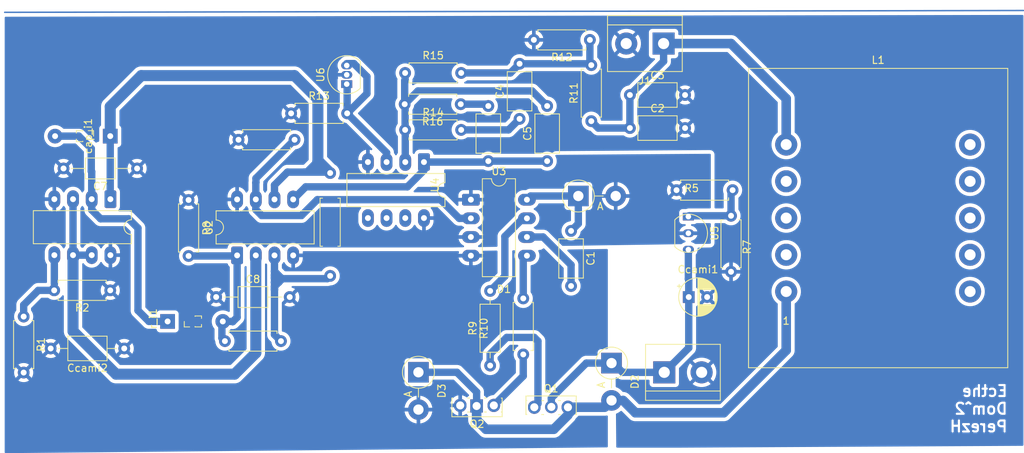
<source format=kicad_pcb>
(kicad_pcb (version 20241229) (generator "pcbnew") (generator_version "9.0")
  (layers (0 "F.Cu" signal) (2 "B.Cu" signal) (13 "F.Paste" user) (15 "B.Paste" user) (5 "F.SilkS" user "F.Silkscreen") (7 "B.SilkS" user "B.Silkscreen") (1 "F.Mask" user) (3 "B.Mask" user) (25 "Edge.Cuts" user))
  (net 0 "")
  (net 1 "Vref")
  (net 2 "GND")
  (net 3 "Net-(U1A--)")
  (net 4 "Net-(U2B--)")
  (net 5 "Net-(r_i1-Pin_2)")
  (net 6 "Net-(U2A-+)")
  (net 7 "Vin")
  (net 8 "Net-(U1A-+)")
  (net 9 "Net-(U1B-+)")
  (net 10 "Net-(U3-VS)")
  (net 11 "Net-(D1-K)")
  (net 12 "Net-(J1-Pin_1)")
  (net 13 "Net-(C4-Pad2)")
  (net 14 "Net-(C4-Pad1)")
  (net 15 "Net-(U4A--)")
  (net 16 "Net-(C6-Pad2)")
  (net 17 "Vreg")
  (net 18 "Net-(D2-A)")
  (net 19 "Net-(Q1-G)")
  (net 20 "Net-(Q2-G)")
  (net 21 "Net-(U5-ADJ)")
  (net 22 "Net-(U3-IN)")
  (net 23 "Net-(U3-LO)")
  (net 24 "Net-(U4A-+)")
  (net 25 "Net-(U3-HO)")
  (footprint "Package_TO_SOT_THT:SIPAK_Vertical" (layer "F.Cu") (at 142.75 111.5 180)
    (property "Reference" "Q2" (at 2.286 -2.54 0) (layer "F.SilkS"))
    (property "Value" "NMOS")
    (pad "1" thru_hole rect (at 2.340846 -0.0785 180) (size 1.7145 1.8) (drill 1.1) (layers "*.Cu" "*.Mask") (net 18 "Net-(D2-A)"))
    (pad "2" thru_hole oval (at 0 0 180) (size 1.7145 1.8) (drill 1.1) (layers "*.Cu" "*.Mask") (net 20 "Net-(Q2-G)"))
    (pad "3" thru_hole oval (at 4.572 0 180) (size 1.7145 1.8) (drill 1.1) (layers "*.Cu" "*.Mask") (net 2 "GND"))
  )
  (footprint "Diode_THT:D_5W_P5.08mm_Vertical_AnodeUp" (layer "F.Cu") (at 158.75 105.73995 -90)
    (property "Reference" "D2" (at 2.54 -3.174899 90) (layer "F.SilkS"))
    (property "Value" "D")
    (fp_text user "A" (at 2.98 1.4 90) (layer "F.SilkS"))
    (pad "1" thru_hole rect (at 0 0 270) (size 2.8 2.8) (drill 1.4) (layers "*.Cu" "*.Mask") (net 7 "Vin"))
    (pad "2" thru_hole oval (at 5.08 0 270) (size 2.8 2.8) (drill 1.4) (layers "*.Cu" "*.Mask") (net 18 "Net-(D2-A)"))
  )
  (footprint "Resistor_THT:R_Axial_DIN0207_L6.3mm_D2.5mm_P7.62mm_Horizontal" (layer "F.Cu") (at 146.75 96.94 -90)
    (property "Reference" "R10" (at 4.08 5.36 90) (layer "F.SilkS"))
    (property "Value" "R")
    (pad "1" thru_hole circle (at 0 0 270) (size 1.6 1.6) (drill 0.8) (layers "*.Cu" "*.Mask") (net 23 "Net-(U3-LO)"))
    (pad "2" thru_hole oval (at 7.62 0 270) (size 1.6 1.6) (drill 0.8) (layers "*.Cu" "*.Mask") (net 20 "Net-(Q2-G)"))
  )
  (footprint "Resistor_THT:R_Axial_DIN0207_L6.3mm_D2.5mm_P7.62mm_Horizontal" (layer "F.Cu") (at 101.25 83.54 -90)
    (property "Reference" "R8" (at 3.84 -2.48 90) (layer "F.SilkS"))
    (property "Value" "R" (hide yes))
    (pad "1" thru_hole circle (at 0 0 270) (size 1.6 1.6) (drill 0.8) (layers "*.Cu" "*.Mask") (net 17 "Vreg"))
    (pad "2" thru_hole circle (at 7.62 0 270) (size 1.6 1.6) (drill 0.8) (layers "*.Cu" "*.Mask") (net 5 "Net-(r_i1-Pin_2)"))
  )
  (footprint "Resistor_THT:R_Axial_DIN0207_L6.3mm_D2.5mm_P7.62mm_Horizontal" (layer "F.Cu") (at 167.59 82.2)
    (property "Reference" "R5" (at 2.06 -0.25 0) (layer "F.SilkS"))
    (property "Value" "R")
    (pad "1" thru_hole circle (at 0 0) (size 1.6 1.6) (drill 0.8) (layers "*.Cu" "*.Mask") (net 17 "Vreg"))
    (pad "2" thru_hole oval (at 7.62 0) (size 1.6 1.6) (drill 0.8) (layers "*.Cu" "*.Mask") (net 21 "Net-(U5-ADJ)"))
  )
  (footprint "Capacitor_THT:C_Axial_L5.1mm_D3.1mm_P7.50mm_Horizontal" (layer "F.Cu") (at 161.25 69.25)
    (property "Reference" "C3" (at 3.75 -2.67 0) (layer "F.SilkS"))
    (property "Value" "C")
    (pad "1" thru_hole circle (at 0 0) (size 1.6 1.6) (drill 0.8) (layers "*.Cu" "*.Mask") (net 12 "Net-(J1-Pin_1)"))
    (pad "2" thru_hole circle (at 7.5 0) (size 1.6 1.6) (drill 0.8) (layers "*.Cu" "*.Mask") (net 2 "GND"))
  )
  (footprint "Package_TO_SOT_THT:TO-92_Inline" (layer "F.Cu") (at 122.75 67.77 90)
    (property "Reference" "U6" (at 1.27 -3.56 90) (layer "F.SilkS"))
    (property "Value" "TL431LP")
    (pad "1" thru_hole rect (at 0 0 90) (size 1.05 1.5) (drill 0.75) (layers "*.Cu" "*.Mask") (net 24 "Net-(U4A-+)"))
    (pad "2" thru_hole oval (at 1.27 0 90) (size 1.05 1.5) (drill 0.75) (layers "*.Cu" "*.Mask") (net 2 "GND"))
    (pad "3" thru_hole oval (at 2.54 0 90) (size 1.05 1.5) (drill 0.75) (layers "*.Cu" "*.Mask") (net 24 "Net-(U4A-+)"))
  )
  (footprint "Capacitor_THT:C_Axial_L3.8mm_D2.6mm_P10.00mm_Horizontal" (layer "F.Cu") (at 94.25 79.25 180)
    (property "Reference" "C7" (at 5 -2.42 0) (layer "F.SilkS"))
    (property "Value" "C")
    (pad "1" thru_hole circle (at 0 0 180) (size 1.6 1.6) (drill 0.8) (layers "*.Cu" "*.Mask") (net 17 "Vreg"))
    (pad "2" thru_hole circle (at 10 0 180) (size 1.6 1.6) (drill 0.8) (layers "*.Cu" "*.Mask") (net 2 "GND"))
  )
  (footprint "Resistor_THT:R_Axial_DIN0207_L6.3mm_D2.5mm_P7.62mm_Horizontal" (layer "F.Cu") (at 138.25 70.5 180)
    (property "Reference" "R16" (at 3.81 -2.37 0) (layer "F.SilkS"))
    (property "Value" "R")
    (pad "1" thru_hole circle (at 0 0 180) (size 1.6 1.6) (drill 0.8) (layers "*.Cu" "*.Mask") (net 16 "Net-(C6-Pad2)"))
    (pad "2" thru_hole oval (at 7.62 0 180) (size 1.6 1.6) (drill 0.8) (layers "*.Cu" "*.Mask") (net 15 "Net-(U4A--)"))
  )
  (footprint "Package_DIP:CERDIP-8_W7.62mm_SideBrazed_LongPads" (layer "F.Cu") (at 139.63 83.5)
    (property "Reference" "U3" (at 3.81 -3.855 0) (layer "F.SilkS"))
    (property "Value" "IR2104")
    (pad "1" thru_hole roundrect (at 0 0) (size 2.4 1.6) (drill 0.8) (layers "*.Cu" "*.Mask") (roundrect_rratio 0.15625) (net 17 "Vreg"))
    (pad "2" thru_hole oval (at 0 2.54) (size 2.4 1.6) (drill 0.8) (layers "*.Cu" "*.Mask") (net 22 "Net-(U3-IN)"))
    (pad "3" thru_hole oval (at 0 5.08) (size 2.4 1.6) (drill 0.8) (layers "*.Cu" "*.Mask") (net 17 "Vreg"))
    (pad "4" thru_hole oval (at 0 7.62) (size 2.4 1.6) (drill 0.8) (layers "*.Cu" "*.Mask") (net 2 "GND"))
    (pad "5" thru_hole oval (at 7.62 7.62) (size 2.4 1.6) (drill 0.8) (layers "*.Cu" "*.Mask") (net 23 "Net-(U3-LO)"))
    (pad "6" thru_hole oval (at 7.62 5.08) (size 2.4 1.6) (drill 0.8) (layers "*.Cu" "*.Mask") (net 10 "Net-(U3-VS)"))
    (pad "7" thru_hole oval (at 7.62 2.54) (size 2.4 1.6) (drill 0.8) (layers "*.Cu" "*.Mask") (net 25 "Net-(U3-HO)"))
    (pad "8" thru_hole oval (at 7.62 0) (size 2.4 1.6) (drill 0.8) (layers "*.Cu" "*.Mask") (net 11 "Net-(D1-K)"))
  )
  (footprint "Resistor_THT:R_Axial_DIN0207_L6.3mm_D2.5mm_P7.62mm_Horizontal" (layer "F.Cu") (at 90.6 95.84 180)
    (property "Reference" "R2" (at 3.81 -2.37 0) (layer "F.SilkS"))
    (property "Value" "100k")
    (pad "1" thru_hole circle (at 0 0 180) (size 1.6 1.6) (drill 0.8) (layers "*.Cu" "*.Mask") (net 17 "Vreg"))
    (pad "2" thru_hole circle (at 7.62 0 180) (size 1.6 1.6) (drill 0.8) (layers "*.Cu" "*.Mask") (net 9 "Net-(U1B-+)"))
  )
  (footprint "Capacitor_THT:C_Axial_L5.1mm_D3.1mm_P7.50mm_Horizontal" (layer "F.Cu") (at 146.25 72.5 90)
    (property "Reference" "C4" (at 3.75 -2.67 90) (layer "F.SilkS"))
    (property "Value" "C")
    (pad "1" thru_hole circle (at 0 0 90) (size 1.6 1.6) (drill 0.8) (layers "*.Cu" "*.Mask") (net 14 "Net-(C4-Pad1)"))
    (pad "2" thru_hole circle (at 7.5 0 90) (size 1.6 1.6) (drill 0.8) (layers "*.Cu" "*.Mask") (net 13 "Net-(C4-Pad2)"))
  )
  (footprint "Package_DIP:CERDIP-8_W7.62mm_SideBrazed_LongPads" (layer "F.Cu") (at 90.62 83.43 -90)
    (property "Reference" "U1" (hide yes))
    (property "Value" "TL072")
    (pad "1" thru_hole roundrect (at 0 0 270) (size 2.4 1.6) (drill 0.8) (layers "*.Cu" "*.Mask") (roundrect_rratio 0.15625) (net 4 "Net-(U2B--)"))
    (pad "2" thru_hole oval (at 0 2.54 270) (size 2.4 1.6) (drill 0.8) (layers "*.Cu" "*.Mask") (net 3 "Net-(U1A--)"))
    (pad "3" thru_hole oval (at 0 5.08 270) (size 2.4 1.6) (drill 0.8) (layers "*.Cu" "*.Mask") (net 8 "Net-(U1A-+)"))
    (pad "4" thru_hole oval (at 0 7.62 270) (size 2.4 1.6) (drill 0.8) (layers "*.Cu" "*.Mask") (net 2 "GND"))
    (pad "5" thru_hole oval (at 7.62 7.62 270) (size 2.4 1.6) (drill 0.8) (layers "*.Cu" "*.Mask") (net 9 "Net-(U1B-+)"))
    (pad "6" thru_hole oval (at 7.62 5.08 270) (size 2.4 1.6) (drill 0.8) (layers "*.Cu" "*.Mask") (net 8 "Net-(U1A-+)"))
    (pad "7" thru_hole oval (at 7.62 2.54 270) (size 2.4 1.6) (drill 0.8) (layers "*.Cu" "*.Mask") (net 8 "Net-(U1A-+)"))
    (pad "8" thru_hole oval (at 7.62 0 270) (size 2.4 1.6) (drill 0.8) (layers "*.Cu" "*.Mask") (net 17 "Vreg"))
  )
  (footprint "Resistor_THT:R_Axial_DIN0207_L6.3mm_D2.5mm_P7.62mm_Horizontal" (layer "F.Cu") (at 78.83 99.41 -90)
    (property "Reference" "R1" (at 3.81 -2.37 90) (layer "F.SilkS"))
    (property "Value" "R")
    (pad "1" thru_hole circle (at 0 0 270) (size 1.6 1.6) (drill 0.8) (layers "*.Cu" "*.Mask") (net 9 "Net-(U1B-+)"))
    (pad "2" thru_hole circle (at 7.62 0 270) (size 1.6 1.6) (drill 0.8) (layers "*.Cu" "*.Mask") (net 2 "GND"))
  )
  (footprint "Capacitor_THT:C_Axial_L5.1mm_D3.1mm_P7.50mm_Horizontal" (layer "F.Cu") (at 161.25 73.75)
    (property "Reference" "C2" (at 3.75 -2.67 0) (layer "F.SilkS"))
    (property "Value" "C")
    (pad "1" thru_hole circle (at 0 0) (size 1.6 1.6) (drill 0.8) (layers "*.Cu" "*.Mask") (net 12 "Net-(J1-Pin_1)"))
    (pad "2" thru_hole circle (at 7.5 0) (size 1.6 1.6) (drill 0.8) (layers "*.Cu" "*.Mask") (net 2 "GND"))
  )
  (footprint "Transformer_THT:Transformer_CHK_EI38-3VA_Neutral" (layer "F.Cu") (at 182.5 96)
    (property "Reference" "L1" (at 12.5 -31.5 0) (layer "F.SilkS"))
    (property "Value" "L")
    (fp_text user "1" (at 0 4 0) (layer "F.SilkS"))
    (pad "1" thru_hole circle (at 0 -20) (size 3 3) (drill 1.5) (layers "*.Cu" "*.Mask") (net 12 "Net-(J1-Pin_1)"))
    (pad "2" thru_hole circle (at 0 0) (size 3 3) (drill 1.5) (layers "*.Cu" "*.Mask") (net 18 "Net-(D2-A)"))
    (pad "3" thru_hole circle (at 0 -10) (size 3 3) (drill 1.5) (layers "*.Cu" "*.Mask"))
    (pad "4" thru_hole circle (at 0 -15) (size 3 3) (drill 1.5) (layers "*.Cu" "*.Mask"))
    (pad "5" thru_hole circle (at 0 -5) (size 3 3) (drill 1.5) (layers "*.Cu" "*.Mask"))
    (pad "6" thru_hole circle (at 25 -20) (size 3 3) (drill 1.5) (layers "*.Cu" "*.Mask"))
    (pad "7" thru_hole circle (at 25 -15) (size 3 3) (drill 1.5) (layers "*.Cu" "*.Mask"))
    (pad "8" thru_hole circle (at 25 -10) (size 3 3) (drill 1.5) (layers "*.Cu" "*.Mask"))
    (pad "9" thru_hole circle (at 25 -5) (size 3 3) (drill 1.5) (layers "*.Cu" "*.Mask"))
    (pad "10" thru_hole circle (at 25 0) (size 3 3) (drill 1.5) (layers "*.Cu" "*.Mask"))
  )
  (footprint "Capacitor_THT:C_Axial_L5.1mm_D3.1mm_P10.00mm_Horizontal" (layer "F.Cu") (at 92.5 103.75 180)
    (property "Reference" "Ccami2" (at 5 -2.67 0) (layer "F.SilkS"))
    (property "Value" "10u")
    (pad "1" thru_hole circle (at 0 0 180) (size 1.6 1.6) (drill 0.8) (layers "*.Cu" "*.Mask") (net 17 "Vreg"))
    (pad "2" thru_hole circle (at 10 0 180) (size 1.6 1.6) (drill 0.8) (layers "*.Cu" "*.Mask") (net 2 "GND"))
  )
  (footprint "Package_TO_SOT_THT:TO-92_Inline" (layer "F.Cu") (at 169.2 86.8 -90)
    (property "Reference" "U5" (at 1.27 -3.56 90) (layer "F.SilkS"))
    (property "Value" "LM317L_SOT-89")
    (pad "1" thru_hole rect (at -1 0 270) (size 1.05 1.5) (drill 0.75) (layers "*.Cu" "*.Mask") (net 21 "Net-(U5-ADJ)"))
    (pad "2" thru_hole oval (at 1.27 0 270) (size 1.05 1.5) (drill 0.75) (layers "*.Cu" "*.Mask") (net 17 "Vreg"))
    (pad "3" thru_hole oval (at 3.5 0 270) (size 1.05 1.5) (drill 0.75) (layers "*.Cu" "*.Mask") (net 7 "Vin"))
  )
  (footprint "Resistor_THT:R_Axial_DIN0207_L6.3mm_D2.5mm_P7.62mm_Horizontal" (layer "F.Cu") (at 156 72.81 90)
    (property "Reference" "R11" (at 3.81 -2.37 90) (layer "F.SilkS"))
    (property "Value" "R")
    (pad "1" thru_hole circle (at 0 0 90) (size 1.6 1.6) (drill 0.8) (layers "*.Cu" "*.Mask") (net 12 "Net-(J1-Pin_1)"))
    (pad "2" thru_hole oval (at 7.62 0 90) (size 1.6 1.6) (drill 0.8) (layers "*.Cu" "*.Mask") (net 13 "Net-(C4-Pad2)"))
  )
  (footprint "Capacitor_THT:C_Axial_L5.1mm_D3.1mm_P7.50mm_Horizontal" (layer "F.Cu") (at 150 78.25 90)
    (property "Reference" "C5" (at 3.75 -2.67 90) (layer "F.SilkS"))
    (property "Value" "C")
    (pad "1" thru_hole circle (at 0 0 90) (size 1.6 1.6) (drill 0.8) (layers "*.Cu" "*.Mask") (net 1 "Vref"))
    (pad "2" thru_hole circle (at 7.5 0 90) (size 1.6 1.6) (drill 0.8) (layers "*.Cu" "*.Mask") (net 15 "Net-(U4A--)"))
  )
  (footprint "Diode_THT:D_5W_P5.08mm_Vertical_AnodeUp" (layer "F.Cu") (at 132.5 106.98995 -90)
    (property "Reference" "D3" (at 2.54 -3.174899 90) (layer "F.SilkS"))
    (property "Value" "D")
    (fp_text user "A" (at 2.98 1.4 90) (layer "F.SilkS"))
    (pad "1" thru_hole rect (at 0 0 270) (size 2.8 2.8) (drill 1.4) (layers "*.Cu" "*.Mask") (net 18 "Net-(D2-A)"))
    (pad "2" thru_hole oval (at 5.08 0 270) (size 2.8 2.8) (drill 1.4) (layers "*.Cu" "*.Mask") (net 2 "GND"))
  )
  (footprint "Resistor_THT:R_Axial_DIN0207_L6.3mm_D2.5mm_P7.62mm_Horizontal" (layer "F.Cu") (at 113.81 102.75 180)
    (property "Reference" "R3" (hide yes))
    (property "Value" "50k" (hide yes))
    (pad "1" thru_hole circle (at 0 0 180) (size 1.6 1.6) (drill 0.8) (layers "*.Cu" "*.Mask") (net 6 "Net-(U2A-+)"))
    (pad "2" thru_hole circle (at 7.62 0 180) (size 1.6 1.6) (drill 0.8) (layers "*.Cu" "*.Mask") (net 5 "Net-(r_i1-Pin_2)"))
  )
  (footprint "Resistor_THT:R_Axial_DIN0207_L6.3mm_D2.5mm_P7.62mm_Horizontal" (layer "F.Cu") (at 130.69 66.25)
    (property "Reference" "R15" (at 3.81 -2.37 0) (layer "F.SilkS"))
    (property "Value" "R")
    (pad "1" thru_hole circle (at 0 0) (size 1.6 1.6) (drill 0.8) (layers "*.Cu" "*.Mask") (net 15 "Net-(U4A--)"))
    (pad "2" thru_hole oval (at 7.62 0) (size 1.6 1.6) (drill 0.8) (layers "*.Cu" "*.Mask") (net 13 "Net-(C4-Pad2)"))
  )
  (footprint "TerminalBlock:TerminalBlock_bornier-2_P5.08mm" (layer "F.Cu") (at 165.83 62.25 180)
    (property "Reference" "J1" (at 2.54 -5.08 0) (layer "F.SilkS"))
    (property "Value" "Conn_01x02_Pin")
    (pad "1" thru_hole rect (at 0 0 180) (size 3 3) (drill 1.52) (layers "*.Cu" "*.Mask") (net 12 "Net-(J1-Pin_1)"))
    (pad "2" thru_hole circle (at 5.08 0 180) (size 3 3) (drill 1.52) (layers "*.Cu" "*.Mask") (net 2 "GND"))
  )
  (footprint "Resistor_THT:R_Axial_DIN0207_L6.3mm_D2.5mm_P10.16mm_Horizontal" (layer "F.Cu") (at 142.25 106.08 90)
    (property "Reference" "R9" (at 5.08 -2.37 90) (layer "F.SilkS"))
    (property "Value" "R")
    (pad "1" thru_hole circle (at 0 0 90) (size 1.6 1.6) (drill 0.8) (layers "*.Cu" "*.Mask") (net 19 "Net-(Q1-G)"))
    (pad "2" thru_hole oval (at 10.16 0 90) (size 1.6 1.6) (drill 0.8) (layers "*.Cu" "*.Mask") (net 25 "Net-(U3-HO)"))
  )
  (footprint "Resistor_THT:R_Axial_DIN0207_L6.3mm_D2.5mm_P7.62mm_Horizontal" (layer "F.Cu") (at 115.19 71.75)
    (property "Reference" "R13" (at 3.81 -2.37 0) (layer "F.SilkS"))
    (property "Value" "R")
    (pad "1" thru_hole circle (at 0 0) (size 1.6 1.6) (drill 0.8) (layers "*.Cu" "*.Mask") (net 17 "Vreg"))
    (pad "2" thru_hole oval (at 7.62 0) (size 1.6 1.6) (drill 0.8) (layers "*.Cu" "*.Mask") (net 24 "Net-(U4A-+)"))
  )
  (footprint "Resistor_THT:R_Axial_DIN0207_L6.3mm_D2.5mm_P7.62mm_Horizontal" (layer "F.Cu") (at 155.81 61.75 180)
    (property "Reference" "R12" (at 3.81 -2.37 0) (layer "F.SilkS"))
    (property "Value" "R")
    (pad "1" thru_hole circle (at 0 0 180) (size 1.6 1.6) (drill 0.8) (layers "*.Cu" "*.Mask") (net 13 "Net-(C4-Pad2)"))
    (pad "2" thru_hole oval (at 7.62 0 180) (size 1.6 1.6) (drill 0.8) (layers "*.Cu" "*.Mask") (net 2 "GND"))
  )
  (footprint "Resistor_THT:R_Axial_DIN0207_L6.3mm_D2.5mm_P7.62mm_Horizontal" (layer "F.Cu") (at 120.5 90.37 90)
    (property "Reference" "R4" (hide yes))
    (property "Value" "47k" (hide yes))
    (pad "1" thru_hole circle (at -3.5 0 90) (size 1.6 1.6) (drill 0.8) (layers "*.Cu" "*.Mask") (net 6 "Net-(U2A-+)"))
    (pad "2" thru_hole circle (at 10.5 0 90) (size 1.6 1.6) (drill 0.8) (layers "*.Cu" "*.Mask") (net 4 "Net-(U2B--)"))
  )
  (footprint "Package_DIP:CERDIP-8_W7.62mm_SideBrazed_LongPads" (layer "F.Cu") (at 107.85 91.08 90)
    (property "Reference" "U2" (at 3.81 -3.855 90) (layer "F.SilkS"))
    (property "Value" "LM393")
    (pad "1" thru_hole roundrect (at 0 0 90) (size 2.4 1.6) (drill 0.8) (layers "*.Cu" "*.Mask") (roundrect_rratio 0.15625) (net 5 "Net-(r_i1-Pin_2)"))
    (pad "2" thru_hole oval (at 0 2.54 90) (size 2.4 1.6) (drill 0.8) (layers "*.Cu" "*.Mask") (net 8 "Net-(U1A-+)"))
    (pad "3" thru_hole oval (at 0 5.08 90) (size 2.4 1.6) (drill 0.8) (layers "*.Cu" "*.Mask") (net 6 "Net-(U2A-+)"))
    (pad "4" thru_hole oval (at 0 7.62 90) (size 2.4 1.6) (drill 0.8) (layers "*.Cu" "*.Mask") (net 2 "GND"))
    (pad "5" thru_hole oval (at 7.62 7.62 90) (size 2.4 1.6) (drill 0.8) (layers "*.Cu" "*.Mask") (net 1 "Vref"))
    (pad "6" thru_hole oval (at 7.62 5.08 90) (size 2.4 1.6) (drill 0.8) (layers "*.Cu" "*.Mask") (net 4 "Net-(U2B--)"))
    (pad "7" thru_hole oval (at 7.62 2.54 90) (size 2.4 1.6) (drill 0.8) (layers "*.Cu" "*.Mask") (net 22 "Net-(U3-IN)"))
    (pad "8" thru_hole oval (at 7.62 0 90) (size 2.4 1.6) (drill 0.8) (layers "*.Cu" "*.Mask") (net 17 "Vreg"))
  )
  (footprint "Capacitor_THT:C_Axial_L5.1mm_D3.1mm_P7.50mm_Horizontal" (layer "F.Cu") (at 142 78.25 90)
    (property "Reference" "C6" (hide yes))
    (property "Value" "C" (hide yes))
    (pad "1" thru_hole circle (at 0 0 90) (size 1.6 1.6) (drill 0.8) (layers "*.Cu" "*.Mask") (net 1 "Vref"))
    (pad "2" thru_hole circle (at 7.5 0 90) (size 1.6 1.6) (drill 0.8) (layers "*.Cu" "*.Mask") (net 16 "Net-(C6-Pad2)"))
  )
  (footprint "Package_TO_SOT_THT:SIPAK_Vertical" (layer "F.Cu") (at 148.25 111.75)
    (property "Reference" "Q1" (at 2.286 -2.54 0) (layer "F.SilkS"))
    (property "Value" "NMOS" (hide yes))
    (pad "1" thru_hole circle (at 2.319903 -0.043596) (size 1.7145 1.7145) (drill 1.1) (layers "*.Cu" "*.Mask") (net 7 "Vin"))
    (pad "2" thru_hole oval (at 0 0) (size 1.7145 1.8) (drill 1.1) (layers "*.Cu" "*.Mask") (net 19 "Net-(Q1-G)"))
    (pad "3" thru_hole oval (at 4.572 0) (size 1.7145 1.8) (drill 1.1) (layers "*.Cu" "*.Mask") (net 18 "Net-(D2-A)"))
  )
  (footprint "TerminalBlock:TerminalBlock_bornier-2_P5.08mm" (layer "F.Cu") (at 165.92 107)
    (property "Reference" "BT1" (hide yes))
    (property "Value" "Battery")
    (pad "1" thru_hole rect (at 0 0) (size 3 3) (drill 1.52) (layers "*.Cu" "*.Mask") (net 7 "Vin"))
    (pad "2" thru_hole circle (at 5.08 0) (size 3 3) (drill 1.52) (layers "*.Cu" "*.Mask") (net 2 "GND"))
  )
  (footprint "Capacitor_THT:C_Axial_L3.8mm_D2.6mm_P10.00mm_Horizontal" (layer "F.Cu") (at 105 96.75)
    (property "Reference" "C8" (at 5 -2.42 0) (layer "F.SilkS"))
    (property "Value" "C")
    (pad "1" thru_hole circle (at 0 0) (size 1.6 1.6) (drill 0.8) (layers "*.Cu" "*.Mask") (net 17 "Vreg"))
    (pad "2" thru_hole circle (at 10 0) (size 1.6 1.6) (drill 0.8) (layers "*.Cu" "*.Mask") (net 2 "GND"))
  )
  (footprint "Resistor_THT:R_Axial_DIN0207_L6.3mm_D2.5mm_P7.62mm_Horizontal" (layer "F.Cu") (at 175 85.69 -90)
    (property "Reference" "R7" (at 4.25 -2.18 90) (layer "F.SilkS"))
    (property "Value" "R")
    (pad "1" thru_hole circle (at 0 0 270) (size 1.6 1.6) (drill 0.8) (layers "*.Cu" "*.Mask") (net 21 "Net-(U5-ADJ)"))
    (pad "2" thru_hole oval (at 7.62 0 270) (size 1.6 1.6) (drill 0.8) (layers "*.Cu" "*.Mask") (net 2 "GND"))
  )
  (footprint "Package_DIP:CERDIP-8_W7.62mm_SideBrazed_LongPads" (layer "F.Cu") (at 133.25 78.38 -90)
    (property "Reference" "U4" (at 3.12 -1.5 90) (layer "F.SilkS"))
    (property "Value" "TL072")
    (pad "1" thru_hole roundrect (at 0 0 270) (size 2.4 1.6) (drill 0.8) (layers "*.Cu" "*.Mask") (roundrect_rratio 0.15625) (net 1 "Vref"))
    (pad "2" thru_hole oval (at 0 2.54 270) (size 2.4 1.6) (drill 0.8) (layers "*.Cu" "*.Mask") (net 15 "Net-(U4A--)"))
    (pad "3" thru_hole oval (at 0 5.08 270) (size 2.4 1.6) (drill 0.8) (layers "*.Cu" "*.Mask") (net 24 "Net-(U4A-+)"))
    (pad "4" thru_hole oval (at 0 7.62 270) (size 2.4 1.6) (drill 0.8) (layers "*.Cu" "*.Mask") (net 2 "GND"))
    (pad "5" thru_hole oval (at 7.62 7.62 270) (size 2.4 1.6) (drill 0.8) (layers "*.Cu" "*.Mask"))
    (pad "6" thru_hole oval (at 7.62 5.08 270) (size 2.4 1.6) (drill 0.8) (layers "*.Cu" "*.Mask"))
    (pad "7" thru_hole oval (at 7.62 2.54 270) (size 2.4 1.6) (drill 0.8) (layers "*.Cu" "*.Mask"))
    (pad "8" thru_hole oval (at 7.62 0 270) (size 2.4 1.6) (drill 0.8) (layers "*.Cu" "*.Mask") (net 17 "Vreg"))
  )
  (footprint "Resistor_THT:R_Axial_DIN0207_L6.3mm_D2.5mm_P7.62mm_Horizontal" (layer "F.Cu") (at 130.69 74)
    (property "Reference" "R14" (at 3.81 -2.37 0) (layer "F.SilkS"))
    (property "Value" "R")
    (pad "1" thru_hole circle (at 0 0) (size 1.6 1.6) (drill 0.8) (layers "*.Cu" "*.Mask") (net 15 "Net-(U4A--)"))
    (pad "2" thru_hole oval (at 7.62 0) (size 1.6 1.6) (drill 0.8) (layers "*.Cu" "*.Mask") (net 14 "Net-(C4-Pad1)"))
  )
  (footprint "Connector_PinHeader_1.00mm:PinHeader_1x02_P1.00mm_Vertical" (layer "F.Cu") (at 101.4 100.07 90)
    (property "Reference" "r_i1" (at 0.36 -4.98 90) (layer "F.SilkS"))
    (property "Value" "Conn_01x02_Pin")
    (pad "1" thru_hole rect (at 0 -3 90) (size 2 2) (drill 0.8) (layers "*.Cu" "*.Mask" "Eco2.User") (net 3 "Net-(U1A--)"))
    (pad "2" thru_hole circle (at 0 4.5 90) (size 2 2) (drill 0.8) (layers "*.Cu" "*.Mask") (net 5 "Net-(r_i1-Pin_2)"))
  )
  (footprint "Capacitor_THT:C_Axial_L5.1mm_D3.1mm_P7.50mm_Horizontal" (layer "F.Cu") (at 153.25 87.75 -90)
    (property "Reference" "C1" (at 3.75 -2.67 90) (layer "F.SilkS"))
    (property "Value" "10n")
    (pad "1" thru_hole circle (at 0 0 270) (size 1.6 1.6) (drill 0.8) (layers "*.Cu" "*.Mask") (net 11 "Net-(D1-K)"))
    (pad "2" thru_hole circle (at 7.5 0 270) (size 1.6 1.6) (drill 0.8) (layers "*.Cu" "*.Mask") (net 10 "Net-(U3-VS)"))
  )
  (footprint "Capacitor_THT:CP_Radial_D5.0mm_P2.50mm" (layer "F.Cu") (at 169.25 96.75)
    (property "Reference" "Ccami1" (at 1.25 -3.75 0) (layer "F.SilkS"))
    (property "Value" "470u")
    (pad "1" thru_hole rect (at 0 0) (size 1.6 1.6) (drill 0.8) (layers "*.Cu" "*.Mask") (net 7 "Vin"))
    (pad "2" thru_hole circle (at 2.5 0) (size 1.6 1.6) (drill 0.8) (layers "*.Cu" "*.Mask") (net 2 "GND"))
  )
  (footprint "Diode_THT:D_5W_P5.08mm_Vertical_AnodeUp" (layer "F.Cu") (at 154.23995 83)
    (property "Reference" "D1" (at -10.12 12.674899 180) (layer "F.SilkS"))
    (property "Value" "D")
    (fp_text user "A" (at 2.98 1.4 0) (layer "F.SilkS"))
    (pad "1" thru_hole rect (at 0 0) (size 2.8 2.8) (drill 1.4) (layers "*.Cu" "*.Mask") (net 11 "Net-(D1-K)"))
    (pad "2" thru_hole oval (at 5.08 0) (size 2.8 2.8) (drill 1.4) (layers "*.Cu" "*.Mask") (net 17 "Vreg"))
  )
  (footprint "Resistor_THT:R_Axial_DIN0207_L6.3mm_D2.5mm_P7.62mm_Horizontal" (layer "F.Cu") (at 115.66 75.34 180)
    (property "Reference" "R6" (hide yes))
    (property "Value" "1k")
    (pad "1" thru_hole circle (at 0 0 180) (size 1.6 1.6) (drill 0.8) (layers "*.Cu" "*.Mask") (net 22 "Net-(U3-IN)"))
    (pad "2" thru_hole circle (at 7.62 0 180) (size 1.6 1.6) (drill 0.8) (layers "*.Cu" "*.Mask") (net 17 "Vreg"))
  )
  (footprint "Connector_PinHeader_1.00mm:PinHeader_1x02_P1.00mm_Vertical" (layer "F.Cu") (at 87.6 74.85 -90)
    (property "Reference" "cap_i1" (at 0 0 90) (layer "F.SilkS"))
    (property "Value" "Conn_01x02_Pin")
    (pad "1" thru_hole rect (at 0 -3 270) (size 2 2) (drill 0.8) (layers "*.Cu" "*.Mask") (net 4 "Net-(U2B--)"))
    (pad "2" thru_hole circle (at 0 4.5 270) (size 2 2) (drill 0.8) (layers "*.Cu" "*.Mask") (net 3 "Net-(U1A--)"))
  )
  (gr_line (start 76.25 58) (end 214.75 57.75) (stroke (width 0.2)) (layer "B.Cu"))
  (gr_text "Ecthe\nDom^2\nPerezH" (at 212.75 115.25 0) (layer "B.Cu" knockout) (effects (font (size 1.5 1.5) (thickness 0.3) (bold yes)) (justify left bottom mirror)))
  (segment (start 115.47 83.46) (end 117.18 81.75) (width 1) (layer "B.Cu") (net 1))
  (segment (start 133.25 78.38) (end 141.87 78.38) (width 1) (layer "B.Cu") (net 1))
  (segment (start 115.47 83.46) (end 115.47 83.28) (width 1) (layer "B.Cu") (net 1))
  (segment (start 117.18 81.75) (end 131 81.75) (width 1) (layer "B.Cu") (net 1))
  (segment (start 133.25 79.5) (end 133.25 78.38) (width 1) (layer "B.Cu") (net 1))
  (segment (start 142 78.25) (end 150 78.25) (width 1) (layer "B.Cu") (net 1))
  (segment (start 141.87 78.38) (end 142 78.25) (width 1) (layer "B.Cu") (net 1))
  (segment (start 131 81.75) (end 133.25 79.5) (width 1) (layer "B.Cu") (net 1))
  (segment (start 138.25 111.5) (end 138.178 111.5) (width 1) (layer "B.Cu") (net 2))
  (segment (start 88.02 76.54) (end 88.02 79.63) (width 1) (layer "B.Cu") (net 3))
  (segment (start 95.86 100.07) (end 94.37 98.58) (width 1) (layer "B.Cu") (net 3))
  (segment (start 89.29 86.1) (end 88.08 84.89) (width 1) (layer "B.Cu") (net 3))
  (segment (start 88.02 79.63) (end 88.08 79.69) (width 1) (layer "B.Cu") (net 3))
  (segment (start 98.28 100.07) (end 95.86 100.07) (width 1) (layer "B.Cu") (net 3))
  (segment (start 88.08 84.89) (end 88.08 83.43) (width 1) (layer "B.Cu") (net 3))
  (segment (start 93.1 86.1) (end 89.29 86.1) (width 1) (layer "B.Cu") (net 3))
  (segment (start 86.33 74.85) (end 88.02 76.54) (width 1) (layer "B.Cu") (net 3))
  (segment (start 83.1 74.85) (end 86.33 74.85) (width 1) (layer "B.Cu") (net 3))
  (segment (start 94.37 98.58) (end 94.37 87.37) (width 1) (layer "B.Cu") (net 3))
  (segment (start 88.08 79.69) (end 88.08 83.43) (width 1) (layer "B.Cu") (net 3))
  (segment (start 94.37 87.37) (end 93.1 86.1) (width 1) (layer "B.Cu") (net 3))
  (segment (start 114.69 79.75) (end 117 79.75) (width 1) (layer "B.Cu") (net 4))
  (segment (start 120.38 79.75) (end 120.5 79.87) (width 1) (layer "B.Cu") (net 4))
  (segment (start 118.83 78.25) (end 118.83 69.8) (width 1.5) (layer "B.Cu") (net 4))
  (segment (start 94.82 66.61) (end 90.6 70.83) (width 1.5) (layer "B.Cu") (net 4))
  (segment (start 112.93 81.51) (end 114.69 79.75) (width 1) (layer "B.Cu") (net 4))
  (segment (start 115.64 66.61) (end 94.82 66.61) (width 1.5) (layer "B.Cu") (net 4))
  (segment (start 119.34 79.75) (end 120.38 79.75) (width 1) (layer "B.Cu") (net 4))
  (segment (start 90.66 83.39) (end 90.62 83.43) (width 1) (layer "B.Cu") (net 4))
  (segment (start 117 79.75) (end 118.32 79.75) (width 1) (layer "B.Cu") (net 4))
  (segment (start 118.83 79.24) (end 118.32 79.75) (width 1) (layer "B.Cu") (net 4))
  (segment (start 118.83 79.24) (end 118.83 78.25) (width 1.5) (layer "B.Cu") (net 4))
  (segment (start 118.32 79.75) (end 118.41 79.66) (width 1) (layer "B.Cu") (net 4))
  (segment (start 117 79.75) (end 117.33 79.75) (width 1) (layer "B.Cu") (net 4))
  (segment (start 118.88 78.25) (end 120.5 79.87) (width 1.5) (layer "B.Cu") (net 4))
  (segment (start 119.34 79.75) (end 118.83 79.24) (width 1) (layer "B.Cu") (net 4))
  (segment (start 118.32 79.75) (end 119.34 79.75) (width 1) (layer "B.Cu") (net 4))
  (segment (start 118.83 69.8) (end 115.64 66.61) (width 1.5) (layer "B.Cu") (net 4))
  (segment (start 90.6 74.85) (end 90.6 83.41) (width 1) (layer "B.Cu") (net 4))
  (segment (start 118.83 78.25) (end 118.88 78.25) (width 1.5) (layer "B.Cu") (net 4))
  (segment (start 90.6 70.83) (end 90.6 74.85) (width 1.5) (layer "B.Cu") (net 4))
  (segment (start 90.6 83.41) (end 90.62 83.43) (width 1) (layer "B.Cu") (net 4))
  (segment (start 112.93 83.46) (end 112.93 81.51) (width 1) (layer "B.Cu") (net 4))
  (segment (start 117.33 79.75) (end 118.83 78.25) (width 1) (layer "B.Cu") (net 4))
  (segment (start 107.21 100.07) (end 107.25 100.11) (width 1) (layer "B.Cu") (net 5))
  (segment (start 101.25 91.16) (end 107.77 91.16) (width 1) (layer "B.Cu") (net 5))
  (segment (start 105.78 100.07) (end 107.21 100.07) (width 1) (layer "B.Cu") (net 5))
  (segment (start 105.78 102.34) (end 106.19 102.75) (width 1) (layer "B.Cu") (net 5))
  (segment (start 107.85 99.51) (end 107.85 91.08) (width 1) (layer "B.Cu") (net 5))
  (segment (start 105.78 100.07) (end 105.78 102.34) (width 1) (layer "B.Cu") (net 5))
  (segment (start 107.25 100.11) (end 107.85 99.51) (width 1) (layer "B.Cu") (net 5))
  (segment (start 113.5 94.749) (end 113.999 94.25) (width 1) (layer "B.Cu") (net 6))
  (segment (start 113.999 94.25) (end 120.12 94.25) (width 1) (layer "B.Cu") (net 6))
  (segment (start 112.931 94.749) (end 113.5 94.749) (width 1) (layer "B.Cu") (net 6))
  (segment (start 112.93 95.319) (end 113.5 94.749) (width 1) (layer "B.Cu") (net 6))
  (segment (start 112.93 94.179) (end 113.5 94.749) (width 1) (layer "B.Cu") (net 6))
  (segment (start 112.93 94.75) (end 112.93 95.75) (width 1) (layer "B.Cu") (net 6))
  (segment (start 112.93 93.25) (end 112.93 93.75) (width 1) (layer "B.Cu") (net 6))
  (segment (start 112.93 94.75) (end 112.931 94.749) (width 1) (layer "B.Cu") (net 6))
  (segment (start 112.93 91.08) (end 112.93 93.25) (width 1) (layer "B.Cu") (net 6))
  (segment (start 112.93 101.87) (end 113.81 102.75) (width 1) (layer "B.Cu") (net 6))
  (segment (start 113.93 94.25) (end 112.93 93.25) (width 1) (layer "B.Cu") (net 6))
  (segment (start 112.93 93.75) (end 112.93 94.75) (width 1) (layer "B.Cu") (net 6))
  (segment (start 112.93 93.75) (end 112.93 94.179) (width 1) (layer "B.Cu") (net 6))
  (segment (start 113.999 94.25) (end 113.93 94.25) (width 1) (layer "B.Cu") (net 6))
  (segment (start 112.93 95.75) (end 112.93 101.87) (width 1) (layer "B.Cu") (net 6))
  (segment (start 112.93 95.75) (end 112.93 95.319) (width 1) (layer "B.Cu") (net 6))
  (segment (start 120.12 94.25) (end 120.5 93.87) (width 1) (layer "B.Cu") (net 6))
  (segment (start 158.75 105.73995) (end 158.98995 105.73995) (width 1) (layer "B.Cu") (net 7))
  (segment (start 169.25 94.35) (end 169.25 96.75) (width 1) (layer "B.Cu") (net 7))
  (segment (start 169.2 90.3) (end 169.2 94.3) (width 1) (layer "B.Cu") (net 7))
  (segment (start 169.25 96.75) (end 169.25 103.67) (width 1) (layer "B.Cu") (net 7))
  (segment (start 169.2 94.3) (end 169.25 94.35) (width 1) (layer "B.Cu") (net 7))
  (segment (start 169.25 103.67) (end 165.92 107) (width 1) (layer "B.Cu") (net 7))
  (segment (start 155.324023 105.73995) (end 158.75 105.73995) (width 1) (layer "B.Cu") (net 7))
  (segment (start 150.569903 111.706404) (end 150.569903 110.49407) (width 1) (layer "B.Cu") (net 7))
  (segment (start 150.569903 110.49407) (end 155.324023 105.73995) (width 1) (layer "B.Cu") (net 7))
  (segment (start 160.25 107) (end 165.92 107) (width 1) (layer "B.Cu") (net 7))
  (segment (start 158.98995 105.73995) (end 160.25 107) (width 1) (layer "B.Cu") (net 7))
  (segment (start 85.54 91.05) (end 85.54 101.4) (width 1.5) (layer "B.Cu") (net 8))
  (segment (start 110.39 104.36) (end 110.39 91.08) (width 1.5) (layer "B.Cu") (net 8))
  (segment (start 107.5 107.25) (end 110.39 104.36) (width 1.5) (layer "B.Cu") (net 8))
  (segment (start 91.39 107.25) (end 107.5 107.25) (width 1.5) (layer "B.Cu") (net 8))
  (segment (start 85.54 91.05) (end 88.08 91.05) (width 1) (layer "B.Cu") (net 8))
  (segment (start 85.54 101.4) (end 91.39 107.25) (width 1.5) (layer "B.Cu") (net 8))
  (segment (start 85.54 83.43) (end 85.54 91.05) (width 1) (layer "B.Cu") (net 8))
  (segment (start 78.83 99.41) (end 78.83 97.83) (width 1) (layer "B.Cu") (net 9))
  (segment (start 82.98 95.84) (end 80.82 95.84) (width 1) (layer "B.Cu") (net 9))
  (segment (start 83 91.05) (end 83 94.99) (width 1) (layer "B.Cu") (net 9))
  (segment (start 78.83 97.83) (end 80.82 95.84) (width 1) (layer "B.Cu") (net 9))
  (segment (start 153.25 92.38) (end 149.45 88.58) (width 1) (layer "B.Cu") (net 10))
  (segment (start 149.45 88.58) (end 147.25 88.58) (width 1) (layer "B.Cu") (net 10))
  (segment (start 153.25 95.25) (end 153.25 92.38) (width 1) (layer "B.Cu") (net 10))
  (segment (start 153.5 83) (end 153.25 83.25) (width 0.2) (layer "B.Cu") (net 11))
  (segment (start 147.75 83) (end 147.25 83.5) (width 1) (layer "B.Cu") (net 11))
  (segment (start 154.23995 83) (end 153.5 83) (width 0.2) (layer "B.Cu") (net 11))
  (segment (start 154.23995 83.01005) (end 154 83.25) (width 0.2) (layer "B.Cu") (net 11))
  (segment (start 154.23995 86.76005) (end 153.25 87.75) (width 1) (layer "B.Cu") (net 11))
  (segment (start 154.23995 83) (end 154.23995 86.76005) (width 1) (layer "B.Cu") (net 11))
  (segment (start 153.5 83) (end 153.375 83.125) (width 0.2) (layer "B.Cu") (net 11))
  (segment (start 154.23995 83) (end 147.75 83) (width 1) (layer "B.Cu") (net 11))
  (segment (start 154.23995 83) (end 154.23995 83.01005) (width 0.2) (layer "B.Cu") (net 11))
  (segment (start 156 72.81) (end 156.94 73.75) (width 1) (layer "B.Cu") (net 12))
  (segment (start 175 62.25) (end 182.5 69.75) (width 1.3) (layer "B.Cu") (net 12))
  (segment (start 165.83 64.67) (end 161.25 69.25) (width 1) (layer "B.Cu") (net 12))
  (segment (start 165.83 62.25) (end 165.83 64.67) (width 1) (layer "B.Cu") (net 12))
  (segment (start 161.25 69.25) (end 161.25 73.75) (width 1) (layer "B.Cu") (net 12))
  (segment (start 182.5 69.75) (end 182.5 76) (width 1.3) (layer "B.Cu") (net 12))
  (segment (start 156.94 73.75) (end 161.25 73.75) (width 1) (layer "B.Cu") (net 12))
  (segment (start 165.83 62.25) (end 175 62.25) (width 1.3) (layer "B.Cu") (net 12))
  (segment (start 155.81 65) (end 156 65.19) (width 1) (layer "B.Cu") (net 13))
  (segment (start 145 66.25) (end 146.25 65) (width 1) (layer "B.Cu") (net 13))
  (segment (start 146.25 65) (end 155.81 65) (width 1) (layer "B.Cu") (net 13))
  (segment (start 155.81 61.75) (end 155.81 65) (width 1) (layer "B.Cu") (net 13))
  (segment (start 138.31 66.25) (end 145 66.25) (width 1) (layer "B.Cu") (net 13))
  (segment (start 144.75 74) (end 146.25 72.5) (width 1) (layer "B.Cu") (net 14))
  (segment (start 138.31 74) (end 144.75 74) (width 1) (layer "B.Cu") (net 14))
  (segment (start 130.71 78.38) (end 130.71 74.02) (width 1) (layer "B.Cu") (net 15))
  (segment (start 132.431 68.699) (end 130.63 70.5) (width 1) (layer "B.Cu") (net 15))
  (segment (start 147.949 68.699) (end 132.431 68.699) (width 1) (layer "B.Cu") (net 15))
  (segment (start 130.63 70.5) (end 130.63 67.31) (width 1) (layer "B.Cu") (net 15))
  (segment (start 130.63 67.31) (end 130.69 67.25) (width 1) (layer "B.Cu") (net 15))
  (segment (start 130.69 70.56) (end 130.63 70.5) (width 1) (layer "B.Cu") (net 15))
  (segment (start 150 70.75) (end 147.949 68.699) (width 1) (layer "B.Cu") (net 15))
  (segment (start 130.69 74) (end 130.69 70.56) (width 1) (layer "B.Cu") (net 15))
  (segment (start 130.71 74.02) (end 130.69 74) (width 1) (layer "B.Cu") (net 15))
  (segment (start 130.69 66.25) (end 130.69 67.25) (width 1) (layer "B.Cu") (net 15))
  (segment (start 138.25 70.5) (end 141.75 70.5) (width 1) (layer "B.Cu") (net 16))
  (segment (start 141.75 70.5) (end 142 70.75) (width 1) (layer "B.Cu") (net 16))
  (segment (start 157.81995 111.75) (end 158.75 110.81995) (width 1) (layer "B.Cu") (net 18))
  (segment (start 160.31995 110.81995) (end 158.75 110.81995) (width 1) (layer "B.Cu") (net 18))
  (segment (start 140.581654 113.651) (end 141.680654 114.75) (width 1.3) (layer "B.Cu") (net 18))
  (segment (start 154 111.75) (end 157.81995 111.75) (width 1.3) (layer "B.Cu") (net 18))
  (segment (start 152.822 112.822) (end 152.822 111.75) (width 1) (layer "B.Cu") (net 18))
  (segment (start 182.5 104) (end 182.5 96) (width 1.3) (layer "B.Cu") (net 18))
  (segment (start 141.680654 114.75) (end 150.894 114.75) (width 1.3) (layer "B.Cu") (net 18))
  (segment (start 152.822 111.75) (end 154 111.75) (width 1.3) (layer "B.Cu") (net 18))
  (segment (start 140.409154 113.4785) (end 140.581654 113.651) (width 1) (layer "B.Cu") (net 18))
  (segment (start 160.31995 110.81995) (end 162 112.5) (width 1.3) (layer "B.Cu") (net 18))
  (segment (start 150.894 114.75) (end 152.822 112.822) (width 1.3) (layer "B.Cu") (net 18))
  (segment (start 140.409154 111.5785) (end 140.409154 113.4785) (width 1.3) (layer "B.Cu") (net 18))
  (segment (start 140.409154 109.6785) (end 137.720604 106.98995) (width 1) (layer "B.Cu") (net 18))
  (segment (start 137.720604 106.98995) (end 132.5 106.98995) (width 1) (layer "B.Cu") (net 18))
  (segment (start 162 112.5) (end 174 112.5) (width 1.3) (layer "B.Cu") (net 18))
  (segment (start 152.822 112.822) (end 152.928 112.822) (width 1) (layer "B.Cu") (net 18))
  (segment (start 152.928 112.822) (end 154 111.75) (width 1) (layer "B.Cu") (net 18))
  (segment (start 140.409154 111.5785) (end 140.409154 109.6785) (width 1) (layer "B.Cu") (net 18))
  (segment (start 174 112.5) (end 182.5 104) (width 1.3) (layer "B.Cu") (net 18))
  (segment (start 144.5 102.25) (end 142.25 104.5) (width 1) (layer "B.Cu") (net 19))
  (segment (start 148.25 111.75) (end 148.75 111.25) (width 1) (layer "B.Cu") (net 19))
  (segment (start 148.75 102.75) (end 148.25 102.25) (width 1) (layer "B.Cu") (net 19))
  (segment (start 148.75 111.25) (end 148.75 102.75) (width 1) (layer "B.Cu") (net 19))
  (segment (start 148.25 102.25) (end 144.5 102.25) (width 1) (layer "B.Cu") (net 19))
  (segment (start 142.25 104.5) (end 142.25 106.08) (width 1) (layer "B.Cu") (net 19))
  (segment (start 146.75 107.5) (end 142.75 111.5) (width 1) (layer "B.Cu") (net 20))
  (segment (start 146.75 104.56) (end 146.75 107.5) (width 1) (layer "B.Cu") (net 20))
  (segment (start 169.31 85.69) (end 169.2 85.8) (width 1) (layer "B.Cu") (net 21))
  (segment (start 175 85.69) (end 175 82.41) (width 1) (layer "B.Cu") (net 21))
  (segment (start 175 85.69) (end 169.31 85.69) (width 1) (layer "B.Cu") (net 21))
  (segment (start 175 82.41) (end 175.21 82.2) (width 1) (layer "B.Cu") (net 21))
  (segment (start 138.04 86.04) (end 139.63 86.04) (width 1) (layer "B.Cu") (net 22))
  (segment (start 111.191 85.661) (end 110.39 84.86) (width 1) (layer "B.Cu") (net 22))
  (segment (start 118.75 83.5) (end 116.589 85.661) (width 1) (layer "B.Cu") (net 22))
  (segment (start 116.589 85.661) (end 111.191 85.661) (width 1) (layer "B.Cu") (net 22))
  (segment (start 110.41 80.59) (end 110.41 81.18) (width 1) (layer "B.Cu") (net 22))
  (segment (start 110.39 81.2) (end 110.39 83.46) (width 1) (layer "B.Cu") (net 22))
  (segment (start 110.41 81.18) (end 110.39 81.2) (width 1) (layer "B.Cu") (net 22))
  (segment (start 135.5 83.5) (end 138.04 86.04) (width 1) (layer "B.Cu") (net 22))
  (segment (start 115.66 75.34) (end 110.41 80.59) (width 1) (layer "B.Cu") (net 22))
  (segment (start 110.39 84.86) (end 110.39 83.46) (width 1) (layer "B.Cu") (net 22))
  (segment (start 135.5 83.5) (end 118.75 83.5) (width 1) (layer "B.Cu") (net 22))
  (segment (start 146.75 96.94) (end 146.75 91.62) (width 1) (layer "B.Cu") (net 23))
  (segment (start 146.75 91.62) (end 147.25 91.12) (width 1) (layer "B.Cu") (net 23))
  (segment (start 128.17 78.38) (end 128.17 77.11) (width 1) (layer "B.Cu") (net 24))
  (segment (start 128.17 77.11) (end 122.81 71.75) (width 1) (layer "B.Cu") (net 24))
  (segment (start 122.81 71.75) (end 122.81 68.086) (width 1) (layer "B.Cu") (net 24))
  (segment (start 125.5 66.75) (end 123.724 64.974) (width 1) (layer "B.Cu") (net 24))
  (segment (start 123.724 64.974) (end 122.75 64.974) (width 1) (layer "B.Cu") (net 24))
  (segment (start 122.81 71.75) (end 125.5 69.06) (width 1) (layer "B.Cu") (net 24))
  (segment (start 125.5 69.06) (end 125.5 66.75) (width 1) (layer "B.Cu") (net 24))
  (segment (start 122.81 68.086) (end 122.75 68.026) (width 1) (layer "B.Cu") (net 24))
  (segment (start 144.25 93.92) (end 142.25 95.92) (width 1) (layer "B.Cu") (net 25))
  (segment (start 147.25 86.04) (end 146.71 86.04) (width 1) (layer "B.Cu") (net 25))
  (segment (start 144.25 88.5) (end 144.25 93.92) (width 1) (layer "B.Cu") (net 25))
  (segment (start 146.71 86.04) (end 144.25 88.5) (width 1) (layer "B.Cu") (net 25))
  (zone (net 17) (net_name "Vreg") (layer "B.Cu") (priority 1) (connect_pads (clearance 0.5)) (min_thickness 0.25) (fill yes (thermal_gap 0.5) (thermal_bridge_width 0.5))
    (polygon (pts (xy 110.25 104.25) (xy 107.25 107.5) (xy 91.75 107.5) (xy 85.5 101.5) (xy 85.5 83.25) (xy 88 83.25) (xy 88 76.25) (xy 90 76) (xy 90.5 70.75) (xy 94.75 66.5) (xy 115.5 66.5) (xy 119 69.75) (xy 119.25 78.75) (xy 122.25 81.75) (xy 136 81.75) (xy 136 77.5) (xy 172.25 77.25) (xy 172.25 89.5) (xy 137.25 90) (xy 126.5 90) (xy 110.5 90)))
  )
  (zone (net 2) (net_name "GND") (layer "B.Cu") (connect_pads (clearance 0.5)) (min_thickness 0.25) (fill yes (thermal_gap 0.5) (thermal_bridge_width 0.5))
    (polygon (pts (xy 76.25 58) (xy 214.75 57.75) (xy 214.75 117) (xy 168.25 117.25) (xy 159.396811 117.25) (xy 159.144391 89.98403) (xy 172.25 89.750001) (xy 172.25 77.25) (xy 136 77.5) (xy 136 81.75) (xy 118.75 81.75) (xy 118.75 70) (xy 115.75 66.75) (xy 95 66.75) (xy 90.75 70.75) (xy 90.5 83.5) (xy 85.5 83.25) (xy 85.5 101.5) (xy 91.75 107.5) (xy 107.25 107.5) (xy 110.5 104) (xy 110.5 90) (xy 158.25 90) (xy 158.25 117.208991) (xy 76.25 118)))
  )
)
</source>
